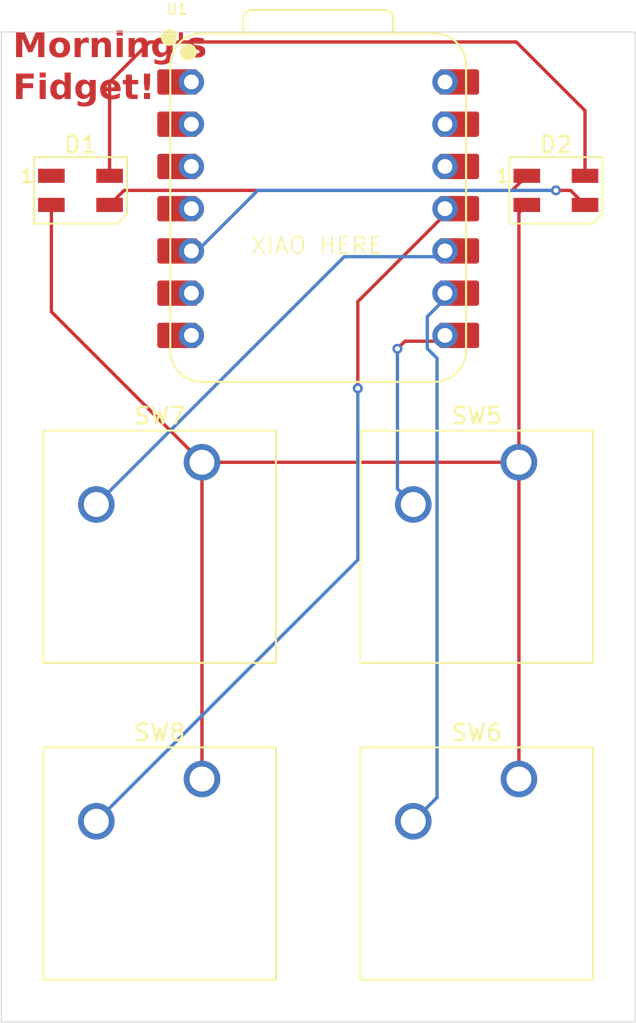
<source format=kicad_pcb>
(kicad_pcb (version 20241229) (generator "pcbnew") (generator_version "9.0")
  (layers (0 "F.Cu" signal) (2 "B.Cu" signal) (13 "F.Paste" user) (15 "B.Paste" user) (5 "F.SilkS" user "F.Silkscreen") (7 "B.SilkS" user "B.Silkscreen") (1 "F.Mask" user) (3 "B.Mask" user) (25 "Edge.Cuts" user))
  (net 0 "")
  (net 1 "Net-(D1-DIN)")
  (net 2 "GND")
  (net 4 "+5V")
  (net 5 "Net-(D2-DIN)")
  (net 6 "Net-(U1-GPIO1{slash}RX)")
  (net 7 "Net-(U1-GPIO2{slash}SCK)")
  (net 8 "Net-(U1-GPIO4{slash}MISO)")
  (net 9 "Net-(U1-GPIO3{slash}MOSI)")
  (footprint "OPL:XIAO-RP2040-DIP" (layer "F.Cu") (at 166.6875 74.92)
    (property "Reference" "U1" (at -8.5 -12 0) (layer "F.SilkS") (effects (font (size 0.635 0.635) (thickness 0.1016))))
    (property "Value" "XIAO-RP2040-DIP")
    (fp_line (start -8.89 8.509) (end -8.89 -8.636) (stroke (width 0.127)) (layer "F.SilkS"))
    (fp_line (start -6.985 10.414) (end 6.985 10.414) (stroke (width 0.127)) (layer "F.SilkS"))
    (fp_line (start -4.495 -10.541) (end -4.491272 -11.451272) (stroke (width 0.127)) (layer "F.SilkS"))
    (fp_line (start -3.991272 -11.951) (end 4.004 -11.951) (stroke (width 0.127)) (layer "F.SilkS"))
    (fp_line (start 4.504 -11.451) (end 4.504 -10.541) (stroke (width 0.127)) (layer "F.SilkS"))
    (fp_line (start 6.985 -10.541) (end -6.985 -10.541) (stroke (width 0.1)) (layer "F.SilkS"))
    (fp_line (start 6.985 -10.541) (end -6.985 -10.541) (stroke (width 0.127)) (layer "F.SilkS"))
    (fp_line (start 8.89 8.509) (end 8.89 -8.636) (stroke (width 0.127)) (layer "F.SilkS"))
    (fp_arc (start -8.89 -8.636) (mid -8.332038 -9.983038) (end -6.985 -10.541) (stroke (width 0.127)) (layer "F.SilkS"))
    (fp_arc (start -6.985 10.414) (mid -8.332038 9.856038) (end -8.89 8.509) (stroke (width 0.127)) (layer "F.SilkS"))
    (fp_arc (start -4.491272 -11.451272) (mid -4.344728 -11.80464) (end -3.991272 -11.951) (stroke (width 0.127)) (layer "F.SilkS"))
    (fp_arc (start 4.004 -11.951) (mid 4.357553 -11.804553) (end 4.504 -11.451) (stroke (width 0.127)) (layer "F.SilkS"))
    (fp_arc (start 6.985 -10.541) (mid 8.332038 -9.983038) (end 8.89 -8.636) (stroke (width 0.127)) (layer "F.SilkS"))
    (fp_arc (start 8.89 8.509) (mid 8.332038 9.856038) (end 6.985 10.414) (stroke (width 0.127)) (layer "F.SilkS"))
    (fp_circle (center -8.95 -10.3) (end -8.95 -10.554) (stroke (width 0.5)) (fill yes) (layer "F.SilkS"))
    (fp_circle (center -7.807 -9.42) (end -7.807 -9.674) (stroke (width 0.5)) (fill yes) (layer "F.SilkS"))
    (pad "1" smd roundrect (at -8.455 -7.62 180) (size 2.432 1.524) (layers "F.Cu" "F.Mask") (roundrect_rratio 0.1))
    (pad "1" thru_hole circle (at -7.62 -7.62 180) (size 1.524 1.524) (drill 0.889) (layers "*.Cu" "*.Mask"))
    (pad "2" smd roundrect (at -8.455 -5.08 180) (size 2.432 1.524) (layers "F.Cu" "F.Mask") (roundrect_rratio 0.1))
    (pad "2" thru_hole circle (at -7.62 -5.08 180) (size 1.524 1.524) (drill 0.889) (layers "*.Cu" "*.Mask"))
    (pad "3" smd roundrect (at -8.455 -2.54 180) (size 2.432 1.524) (layers "F.Cu" "F.Mask") (roundrect_rratio 0.1))
    (pad "3" thru_hole circle (at -7.62 -2.54 180) (size 1.524 1.524) (drill 0.889) (layers "*.Cu" "*.Mask"))
    (pad "4" smd roundrect (at -8.455 0 180) (size 2.432 1.524) (layers "F.Cu" "F.Mask") (roundrect_rratio 0.1))
    (pad "4" thru_hole circle (at -7.62 0 180) (size 1.524 1.524) (drill 0.889) (layers "*.Cu" "*.Mask"))
    (pad "5" smd roundrect (at -8.455 2.54 180) (size 2.432 1.524) (layers "F.Cu" "F.Mask") (roundrect_rratio 0.1) (net 5 "Net-(D2-DIN)"))
    (pad "5" thru_hole circle (at -7.62 2.54 180) (size 1.524 1.524) (drill 0.889) (layers "*.Cu" "*.Mask") (net 5 "Net-(D2-DIN)"))
    (pad "6" smd roundrect (at -8.455 5.08 180) (size 2.432 1.524) (layers "F.Cu" "F.Mask") (roundrect_rratio 0.1))
    (pad "6" thru_hole circle (at -7.62 5.08 180) (size 1.524 1.524) (drill 0.889) (layers "*.Cu" "*.Mask"))
    (pad "7" smd roundrect (at -8.455 7.62 180) (size 2.432 1.524) (layers "F.Cu" "F.Mask") (roundrect_rratio 0.1))
    (pad "7" thru_hole circle (at -7.62 7.62 180) (size 1.524 1.524) (drill 0.889) (layers "*.Cu" "*.Mask"))
    (pad "8" thru_hole circle (at 7.62 7.62) (size 1.524 1.524) (drill 0.889) (layers "*.Cu" "*.Mask") (net 6 "Net-(U1-GPIO1{slash}RX)"))
    (pad "8" smd roundrect (at 8.455 7.62) (size 2.432 1.524) (layers "F.Cu" "F.Mask") (roundrect_rratio 0.1) (net 6 "Net-(U1-GPIO1{slash}RX)"))
    (pad "9" thru_hole circle (at 7.62 5.08) (size 1.524 1.524) (drill 0.889) (layers "*.Cu" "*.Mask") (net 7 "Net-(U1-GPIO2{slash}SCK)"))
    (pad "9" smd roundrect (at 8.455 5.08) (size 2.432 1.524) (layers "F.Cu" "F.Mask") (roundrect_rratio 0.1) (net 7 "Net-(U1-GPIO2{slash}SCK)"))
    (pad "10" thru_hole circle (at 7.62 2.54) (size 1.524 1.524) (drill 0.889) (layers "*.Cu" "*.Mask") (net 8 "Net-(U1-GPIO4{slash}MISO)"))
    (pad "10" smd roundrect (at 8.455 2.54) (size 2.432 1.524) (layers "F.Cu" "F.Mask") (roundrect_rratio 0.1) (net 8 "Net-(U1-GPIO4{slash}MISO)"))
    (pad "11" thru_hole circle (at 7.62 0) (size 1.524 1.524) (drill 0.889) (layers "*.Cu" "*.Mask") (net 9 "Net-(U1-GPIO3{slash}MOSI)"))
    (pad "11" smd roundrect (at 8.455 0) (size 2.432 1.524) (layers "F.Cu" "F.Mask") (roundrect_rratio 0.1) (net 9 "Net-(U1-GPIO3{slash}MOSI)"))
    (pad "12" thru_hole circle (at 7.62 -2.54) (size 1.524 1.524) (drill 0.889) (layers "*.Cu" "*.Mask"))
    (pad "12" smd roundrect (at 8.455 -2.54) (size 2.432 1.524) (layers "F.Cu" "F.Mask") (roundrect_rratio 0.1))
    (pad "13" thru_hole circle (at 7.62 -5.08) (size 1.524 1.524) (drill 0.889) (layers "*.Cu" "*.Mask"))
    (pad "13" smd roundrect (at 8.455 -5.08) (size 2.432 1.524) (layers "F.Cu" "F.Mask") (roundrect_rratio 0.1))
    (pad "14" thru_hole circle (at 7.62 -7.62) (size 1.524 1.524) (drill 0.889) (layers "*.Cu" "*.Mask"))
    (pad "14" smd roundrect (at 8.455 -7.62) (size 2.432 1.524) (layers "F.Cu" "F.Mask") (roundrect_rratio 0.1))
  )
  (footprint "Button_Switch_Keyboard:SW_Cherry_MX_1.00u_PCB" (layer "F.Cu") (at 178.7525 109.22)
    (property "Reference" "SW6" (at -2.54 -2.794 0) (layer "F.SilkS"))
    (property "Value" "SW_Push")
    (fp_line (start -9.525 -1.905) (end 4.445 -1.905) (stroke (width 0.12)) (layer "F.SilkS"))
    (fp_line (start -9.525 12.065) (end -9.525 -1.905) (stroke (width 0.12)) (layer "F.SilkS"))
    (fp_line (start 4.445 -1.905) (end 4.445 12.065) (stroke (width 0.12)) (layer "F.SilkS"))
    (fp_line (start 4.445 12.065) (end -9.525 12.065) (stroke (width 0.12)) (layer "F.SilkS"))
    (pad "" np_thru_hole circle (at -7.62 5.08) (size 1.7 1.7) (drill 1.7) (layers "*.Cu" "*.Mask"))
    (pad "" np_thru_hole circle (at -2.54 5.08) (size 4 4) (drill 4) (layers "*.Cu" "*.Mask"))
    (pad "" np_thru_hole circle (at 2.54 5.08) (size 1.7 1.7) (drill 1.7) (layers "*.Cu" "*.Mask"))
    (pad "1" thru_hole circle (at 0 0) (size 2.2 2.2) (drill 1.5) (layers "*.Cu" "*.Mask") (net 2 "GND"))
    (pad "2" thru_hole circle (at -6.35 2.54) (size 2.2 2.2) (drill 1.5) (layers "*.Cu" "*.Mask") (net 7 "Net-(U1-GPIO2{slash}SCK)"))
  )
  (footprint "LED_SMD:LED_SK6812MINI_PLCC4_3.5x3.5mm_P1.75mm" (layer "F.Cu") (at 152.4 73.81875)
    (property "Reference" "D1" (at 0 -2.75 0) (layer "F.SilkS"))
    (property "Value" "SK6812MINI")
    (fp_line (start -2.8 -2) (end -2.8 2) (stroke (width 0.12)) (layer "F.SilkS"))
    (fp_line (start -2.8 -2) (end 2.8 -2) (stroke (width 0.12)) (layer "F.SilkS"))
    (fp_line (start -2.8 2) (end 2.2 2) (stroke (width 0.12)) (layer "F.SilkS"))
    (fp_line (start 2.8 1.4) (end 2.2 2) (stroke (width 0.12)) (layer "F.SilkS"))
    (fp_line (start 2.8 1.4) (end 2.8 -2) (stroke (width 0.12)) (layer "F.SilkS"))
    (fp_text user "1" (at -3.2 -0.875 0) (layer "F.SilkS") (effects (font (size 0.8 0.8))))
    (pad "1" smd rect (at -1.75 -0.875) (size 1.6 0.85) (layers "F.Cu" "F.Mask" "F.Paste"))
    (pad "2" smd rect (at -1.75 0.875) (size 1.6 0.85) (layers "F.Cu" "F.Mask" "F.Paste") (net 2 "GND"))
    (pad "3" smd rect (at 1.75 0.875) (size 1.6 0.85) (layers "F.Cu" "F.Mask" "F.Paste") (net 1 "Net-(D1-DIN)"))
    (pad "4" smd rect (at 1.75 -0.875) (size 1.6 0.85) (layers "F.Cu" "F.Mask" "F.Paste") (net 4 "+5V"))
  )
  (footprint "Button_Switch_Keyboard:SW_Cherry_MX_1.00u_PCB" (layer "F.Cu") (at 159.7025 90.17)
    (property "Reference" "SW7" (at -2.54 -2.794 0) (layer "F.SilkS"))
    (property "Value" "SW_Push")
    (fp_line (start -9.525 -1.905) (end 4.445 -1.905) (stroke (width 0.12)) (layer "F.SilkS"))
    (fp_line (start -9.525 12.065) (end -9.525 -1.905) (stroke (width 0.12)) (layer "F.SilkS"))
    (fp_line (start 4.445 -1.905) (end 4.445 12.065) (stroke (width 0.12)) (layer "F.SilkS"))
    (fp_line (start 4.445 12.065) (end -9.525 12.065) (stroke (width 0.12)) (layer "F.SilkS"))
    (pad "" np_thru_hole circle (at -7.62 5.08) (size 1.7 1.7) (drill 1.7) (layers "*.Cu" "*.Mask"))
    (pad "" np_thru_hole circle (at -2.54 5.08) (size 4 4) (drill 4) (layers "*.Cu" "*.Mask"))
    (pad "" np_thru_hole circle (at 2.54 5.08) (size 1.7 1.7) (drill 1.7) (layers "*.Cu" "*.Mask"))
    (pad "1" thru_hole circle (at 0 0) (size 2.2 2.2) (drill 1.5) (layers "*.Cu" "*.Mask") (net 2 "GND"))
    (pad "2" thru_hole circle (at -6.35 2.54) (size 2.2 2.2) (drill 1.5) (layers "*.Cu" "*.Mask") (net 8 "Net-(U1-GPIO4{slash}MISO)"))
  )
  (footprint "LED_SMD:LED_SK6812MINI_PLCC4_3.5x3.5mm_P1.75mm" (layer "F.Cu") (at 180.975 73.81875)
    (property "Reference" "D2" (at 0 -2.75 0) (layer "F.SilkS"))
    (property "Value" "SK6812MINI")
    (fp_line (start -2.8 -2) (end -2.8 2) (stroke (width 0.12)) (layer "F.SilkS"))
    (fp_line (start -2.8 -2) (end 2.8 -2) (stroke (width 0.12)) (layer "F.SilkS"))
    (fp_line (start -2.8 2) (end 2.2 2) (stroke (width 0.12)) (layer "F.SilkS"))
    (fp_line (start 2.8 1.4) (end 2.2 2) (stroke (width 0.12)) (layer "F.SilkS"))
    (fp_line (start 2.8 1.4) (end 2.8 -2) (stroke (width 0.12)) (layer "F.SilkS"))
    (fp_text user "1" (at -3.2 -0.875 0) (layer "F.SilkS") (effects (font (size 0.8 0.8))))
    (pad "1" smd rect (at -1.75 -0.875) (size 1.6 0.85) (layers "F.Cu" "F.Mask" "F.Paste") (net 1 "Net-(D1-DIN)"))
    (pad "2" smd rect (at -1.75 0.875) (size 1.6 0.85) (layers "F.Cu" "F.Mask" "F.Paste") (net 2 "GND"))
    (pad "3" smd rect (at 1.75 0.875) (size 1.6 0.85) (layers "F.Cu" "F.Mask" "F.Paste") (net 5 "Net-(D2-DIN)"))
    (pad "4" smd rect (at 1.75 -0.875) (size 1.6 0.85) (layers "F.Cu" "F.Mask" "F.Paste") (net 4 "+5V"))
  )
  (footprint "Button_Switch_Keyboard:SW_Cherry_MX_1.00u_PCB" (layer "F.Cu") (at 178.7525 90.17)
    (property "Reference" "SW5" (at -2.54 -2.794 0) (layer "F.SilkS"))
    (property "Value" "SW_Push")
    (fp_line (start -9.525 -1.905) (end 4.445 -1.905) (stroke (width 0.12)) (layer "F.SilkS"))
    (fp_line (start -9.525 12.065) (end -9.525 -1.905) (stroke (width 0.12)) (layer "F.SilkS"))
    (fp_line (start 4.445 -1.905) (end 4.445 12.065) (stroke (width 0.12)) (layer "F.SilkS"))
    (fp_line (start 4.445 12.065) (end -9.525 12.065) (stroke (width 0.12)) (layer "F.SilkS"))
    (pad "" np_thru_hole circle (at -7.62 5.08) (size 1.7 1.7) (drill 1.7) (layers "*.Cu" "*.Mask"))
    (pad "" np_thru_hole circle (at -2.54 5.08) (size 4 4) (drill 4) (layers "*.Cu" "*.Mask"))
    (pad "" np_thru_hole circle (at 2.54 5.08) (size 1.7 1.7) (drill 1.7) (layers "*.Cu" "*.Mask"))
    (pad "1" thru_hole circle (at 0 0) (size 2.2 2.2) (drill 1.5) (layers "*.Cu" "*.Mask") (net 2 "GND"))
    (pad "2" thru_hole circle (at -6.35 2.54) (size 2.2 2.2) (drill 1.5) (layers "*.Cu" "*.Mask") (net 6 "Net-(U1-GPIO1{slash}RX)"))
  )
  (footprint "Button_Switch_Keyboard:SW_Cherry_MX_1.00u_PCB" (layer "F.Cu") (at 159.7025 109.22)
    (property "Reference" "SW8" (at -2.54 -2.794 0) (layer "F.SilkS"))
    (property "Value" "SW_Push")
    (fp_line (start -9.525 -1.905) (end 4.445 -1.905) (stroke (width 0.12)) (layer "F.SilkS"))
    (fp_line (start -9.525 12.065) (end -9.525 -1.905) (stroke (width 0.12)) (layer "F.SilkS"))
    (fp_line (start 4.445 -1.905) (end 4.445 12.065) (stroke (width 0.12)) (layer "F.SilkS"))
    (fp_line (start 4.445 12.065) (end -9.525 12.065) (stroke (width 0.12)) (layer "F.SilkS"))
    (pad "" np_thru_hole circle (at -7.62 5.08) (size 1.7 1.7) (drill 1.7) (layers "*.Cu" "*.Mask"))
    (pad "" np_thru_hole circle (at -2.54 5.08) (size 4 4) (drill 4) (layers "*.Cu" "*.Mask"))
    (pad "" np_thru_hole circle (at 2.54 5.08) (size 1.7 1.7) (drill 1.7) (layers "*.Cu" "*.Mask"))
    (pad "1" thru_hole circle (at 0 0) (size 2.2 2.2) (drill 1.5) (layers "*.Cu" "*.Mask") (net 2 "GND"))
    (pad "2" thru_hole circle (at -6.35 2.54) (size 2.2 2.2) (drill 1.5) (layers "*.Cu" "*.Mask") (net 9 "Net-(U1-GPIO3{slash}MOSI)"))
  )
  (gr_rect (start 147.6375 64.29375) (end 185.7375 123.825) (stroke (width 0.05)) (fill no) (layer "Edge.Cuts"))
  (gr_text "Morning's\nFidget!" (at 148.336 68.58 0) (layer "F.Cu") (effects (font (size 1.5 1.5) (thickness 0.3) (bold yes)) (justify left bottom)))
  (gr_text "XIAO HERE" (at 162.56 77.724 0) (layer "F.SilkS") (effects (font (size 1 1) (thickness 0.1)) (justify left bottom)))
  (segment (start 154.15 74.69375) (end 155.025 73.81875) (width 0.2) (layer "F.Cu") (net 1))
  (segment (start 155.025 73.81875) (end 178.35 73.81875) (width 0.2) (layer "F.Cu") (net 1))
  (segment (start 178.35 73.81875) (end 179.225 72.94375) (width 0.2) (layer "F.Cu") (net 1))
  (segment (start 178.7525 75.16625) (end 179.225 74.69375) (width 0.2) (layer "F.Cu") (net 2))
  (segment (start 159.7025 90.17) (end 150.65 81.1175) (width 0.2) (layer "F.Cu") (net 2))
  (segment (start 178.7525 109.22) (end 178.7525 90.17) (width 0.2) (layer "F.Cu") (net 2))
  (segment (start 150.65 81.1175) (end 150.65 74.69375) (width 0.2) (layer "F.Cu") (net 2))
  (segment (start 178.7525 90.17) (end 178.7525 75.16625) (width 0.2) (layer "F.Cu") (net 2))
  (segment (start 159.7025 109.22) (end 159.7025 90.17) (width 0.2) (layer "F.Cu") (net 2))
  (segment (start 159.7025 90.17) (end 178.7525 90.17) (width 0.2) (layer "F.Cu") (net 2))
  (segment (start 182.725 69.026) (end 182.725 72.94375) (width 0.2) (layer "F.Cu") (net 4))
  (segment (start 178.59375 64.89475) (end 182.725 69.026) (width 0.2) (layer "F.Cu") (net 4))
  (segment (start 154.15 72.94375) (end 154.15 67.30625) (width 0.2) (layer "F.Cu") (net 4))
  (segment (start 154.15 67.30625) (end 156.5615 64.89475) (width 0.2) (layer "F.Cu") (net 4))
  (segment (start 156.5615 64.89475) (end 178.59375 64.89475) (width 0.2) (layer "F.Cu") (net 4))
  (segment (start 181.85 73.81875) (end 182.725 74.69375) (width 0.2) (layer "F.Cu") (net 5))
  (segment (start 180.975 73.81875) (end 181.85 73.81875) (width 0.2) (layer "F.Cu") (net 5))
  (via (at 180.975 73.81875) (size 0.6) (drill 0.3) (layers "F.Cu" "B.Cu") (net 5))
  (segment (start 159.0675 77.8085) (end 163.05725 73.81875) (width 0.2) (layer "B.Cu") (net 5))
  (segment (start 163.05725 73.81875) (end 180.975 73.81875) (width 0.2) (layer "B.Cu") (net 5))
  (segment (start 171.45 83.34375) (end 171.90525 82.8885) (width 0.2) (layer "F.Cu") (net 6))
  (segment (start 171.90525 82.8885) (end 174.3075 82.8885) (width 0.2) (layer "F.Cu") (net 6))
  (via (at 171.45 83.34375) (size 0.6) (drill 0.3) (layers "F.Cu" "B.Cu") (net 6))
  (segment (start 172.4025 92.71) (end 171.45 91.7575) (width 0.2) (layer "B.Cu") (net 6))
  (segment (start 171.45 91.7575) (end 171.45 83.34375) (width 0.2) (layer "B.Cu") (net 6))
  (segment (start 173.83125 83.91556) (end 173.2445 83.32881) (width 0.2) (layer "B.Cu") (net 7))
  (segment (start 173.2445 83.32881) (end 173.2445 81.4115) (width 0.2) (layer "B.Cu") (net 7))
  (segment (start 173.83125 110.33125) (end 173.83125 83.91556) (width 0.2) (layer "B.Cu") (net 7))
  (segment (start 173.2445 81.4115) (end 174.3075 80.3485) (width 0.2) (layer "B.Cu") (net 7))
  (segment (start 172.4025 111.76) (end 173.83125 110.33125) (width 0.2) (layer "B.Cu") (net 7))
  (segment (start 168.254 77.8085) (end 174.3075 77.8085) (width 0.2) (layer "B.Cu") (net 8))
  (segment (start 153.3525 92.71) (end 168.254 77.8085) (width 0.2) (layer "B.Cu") (net 8))
  (segment (start 174.3075 75.2685) (end 169.06875 80.50725) (width 0.2) (layer "F.Cu") (net 9))
  (segment (start 169.06875 80.50725) (end 169.06875 85.725) (width 0.2) (layer "F.Cu") (net 9))
  (via (at 169.06875 85.725) (size 0.6) (drill 0.3) (layers "F.Cu" "B.Cu") (net 9))
  (segment (start 169.06875 85.725) (end 169.06875 96.04375) (width 0.2) (layer "B.Cu") (net 9))
  (segment (start 169.06875 96.04375) (end 153.3525 111.76) (width 0.2) (layer "B.Cu") (net 9))
)
</source>
